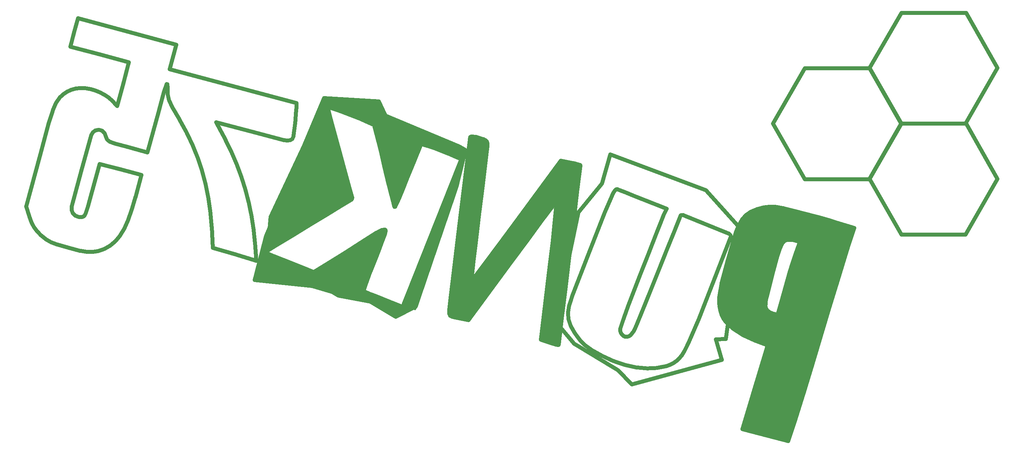
<source format=gbr>
G04 #@! TF.GenerationSoftware,KiCad,Pcbnew,(5.1.6)-1*
G04 #@! TF.CreationDate,2020-11-14T19:58:44+01:00*
G04 #@! TF.ProjectId,punk75_bottom_eotw,70756e6b-3735-45f6-926f-74746f6d5f65,rev?*
G04 #@! TF.SameCoordinates,Original*
G04 #@! TF.FileFunction,Legend,Bot*
G04 #@! TF.FilePolarity,Positive*
%FSLAX46Y46*%
G04 Gerber Fmt 4.6, Leading zero omitted, Abs format (unit mm)*
G04 Created by KiCad (PCBNEW (5.1.6)-1) date 2020-11-14 19:58:44*
%MOMM*%
%LPD*%
G01*
G04 APERTURE LIST*
%ADD10C,1.000000*%
%ADD11C,0.254000*%
G04 APERTURE END LIST*
D10*
X178108194Y-155849959D02*
X177101994Y-152120223D01*
X172914078Y-136146247D02*
G75*
G03*
X172861656Y-136381036I206097J-169262D01*
G01*
X122071616Y-124558228D02*
X114585691Y-122552380D01*
X121597945Y-116666736D02*
X134154980Y-120031384D01*
X252391169Y-178843522D02*
X249433408Y-186486867D01*
X176581999Y-137256699D02*
X178753284Y-138080080D01*
X177101994Y-152120223D02*
X175887000Y-147750403D01*
X234401971Y-173809665D02*
X233350646Y-182547907D01*
X231539273Y-196792845D02*
G75*
G03*
X231621553Y-196743358I15496J67380D01*
G01*
X187482255Y-138204038D02*
X185779476Y-134569144D01*
X190106343Y-189598036D02*
X195168460Y-186939307D01*
X230926214Y-196644442D02*
X230188343Y-196437819D01*
X175887000Y-147750403D02*
X174679868Y-143383499D01*
X173118921Y-136085731D02*
G75*
G03*
X172914078Y-136146245I-57810J-181269D01*
G01*
X207873995Y-147013920D02*
X206320521Y-146016100D01*
X231621554Y-196743359D02*
G75*
G03*
X231649845Y-196597231I-1019645J273212D01*
G01*
X232457830Y-189933703D02*
X231649845Y-196597231D01*
X173118920Y-136085731D02*
X174718562Y-136605677D01*
X176581999Y-137256699D02*
G75*
G03*
X176581999Y-137256699I0J0D01*
G01*
X174718562Y-136605677D02*
X176581999Y-137256699D01*
X235453273Y-165071507D02*
X234401971Y-173809665D01*
X176581999Y-137256699D02*
G75*
G03*
X176581999Y-137256699I0J0D01*
G01*
X171800826Y-133667618D02*
X156977274Y-169010365D01*
X114585691Y-122552380D02*
X107099766Y-120546533D01*
X107099766Y-120546533D02*
X108070337Y-116924311D01*
X237182060Y-150877195D02*
G75*
G03*
X237153963Y-151022323I1012607J-271327D01*
G01*
X237153963Y-151022323D02*
X236346015Y-157685986D01*
X206282478Y-146085584D02*
X187482255Y-138204038D01*
X195168460Y-186939307D02*
X205562459Y-156265047D01*
X108070337Y-116924311D02*
X109040909Y-113302089D01*
X236346015Y-157685986D02*
X235453273Y-165071507D01*
X185779476Y-134569144D02*
X171800826Y-133667618D01*
X154163849Y-180134570D02*
X168797475Y-181713485D01*
X168797475Y-181713485D02*
X173906617Y-183249772D01*
X183626013Y-185686780D02*
X190106343Y-189598036D01*
X175498133Y-184178108D02*
X183626013Y-185686780D01*
X231539271Y-196792846D02*
X230926214Y-196644442D01*
X109040909Y-113302089D02*
X121597945Y-116666736D01*
X134154980Y-120031384D02*
X133313818Y-123170643D01*
X156977274Y-169010365D02*
X154163849Y-180134570D01*
X173906617Y-183249772D02*
X175498133Y-184178108D01*
X173698157Y-139663600D02*
X172861656Y-136381036D01*
X205562459Y-156265047D02*
X207873995Y-147013920D01*
X134154980Y-120031384D02*
X134154980Y-120031384D01*
X233350646Y-182547907D02*
X232457830Y-189933703D01*
X174679868Y-143383499D02*
X173698157Y-139663600D01*
X194319479Y-150927680D02*
X195402611Y-148268719D01*
X178753284Y-138080080D02*
X180924203Y-138952348D01*
X213461673Y-145995294D02*
G75*
G03*
X213496919Y-145302687I-5415563J622787D01*
G01*
X213461673Y-145995295D02*
X212885511Y-150978322D01*
X212885511Y-150978322D02*
X212206812Y-156714089D01*
X209391658Y-180356072D02*
G75*
G03*
X209447246Y-180392523I36978J-4220D01*
G01*
X212206812Y-156714089D02*
X211399184Y-163347547D01*
X184596706Y-140694654D02*
G75*
G03*
X184358215Y-140468402I-454200J-239947D01*
G01*
X234727062Y-150187778D02*
X235683076Y-150397462D01*
X190875673Y-159490409D02*
X191920105Y-157027639D01*
X186261127Y-147219172D02*
X187184391Y-151063811D01*
X212880803Y-175829870D02*
X216567006Y-170865900D01*
X209955684Y-175423057D02*
X209391660Y-180356071D01*
X211399184Y-163347547D02*
X210601596Y-169912195D01*
X185447794Y-143912764D02*
X186261127Y-147219172D01*
X191920105Y-157027639D02*
X193114060Y-154007515D01*
X216567006Y-170865900D02*
X220914867Y-164987726D01*
X237135315Y-150793193D02*
G75*
G03*
X237135315Y-150793193I0J0D01*
G01*
X210601596Y-169912195D02*
X209955684Y-175423057D01*
X209447247Y-180392523D02*
G75*
G03*
X209555501Y-180296195I-179196J310373D01*
G01*
X189975212Y-161488041D02*
X190875673Y-159490409D01*
X209555501Y-180296195D02*
X212880803Y-175829870D01*
X220914867Y-164987726D02*
X232225048Y-149673827D01*
X232225048Y-149673827D02*
X234727062Y-150187778D01*
X188109618Y-154912572D02*
X188929110Y-158232316D01*
X188929110Y-158232316D02*
X189654450Y-161110966D01*
X196599165Y-145651467D02*
G75*
G03*
X196358505Y-145996890I701638J-745385D01*
G01*
X235683076Y-150397462D02*
X236480298Y-150602300D01*
X180924203Y-138952348D02*
X182789245Y-139754450D01*
X189654449Y-161110967D02*
G75*
G03*
X189799725Y-161492406I1710106J432930D01*
G01*
X236480298Y-150602300D02*
X237135315Y-150793193D01*
X184726199Y-141032324D02*
X185447794Y-143912764D01*
X195402611Y-148268719D02*
X196358505Y-145996890D01*
X237182060Y-150877195D02*
G75*
G03*
X237135315Y-150793193I-66721J17878D01*
G01*
X182789245Y-139754450D02*
X184358215Y-140468402D01*
X189799725Y-161492405D02*
G75*
G03*
X189975212Y-161488041I86676J45108D01*
G01*
X187184391Y-151063811D02*
X188109618Y-154912572D01*
X184726200Y-141032324D02*
G75*
G03*
X184596706Y-140694653I-1467000J-368914D01*
G01*
X213369584Y-144837422D02*
G75*
G03*
X213027197Y-144465854I-990167J-568871D01*
G01*
X213496918Y-145302688D02*
G75*
G03*
X213369583Y-144837422I-958541J-12279D01*
G01*
X193114060Y-154007515D02*
X194319479Y-150927680D01*
X277147600Y-193216400D02*
X280551200Y-195045200D01*
X186571200Y-167410000D02*
X180424400Y-171321600D01*
X186520400Y-167511600D02*
X186114000Y-167816400D01*
X198176114Y-145876761D02*
X199783474Y-146421988D01*
X199783474Y-146421988D02*
X201916686Y-147259747D01*
X201916686Y-147259747D02*
X203795882Y-148030498D01*
X203795882Y-148030498D02*
X205380065Y-148685879D01*
X206828026Y-149302483D02*
G75*
G03*
X206806978Y-149279522I-35262J-11195D01*
G01*
X310917200Y-154330000D02*
X319045200Y-140233000D01*
X273286800Y-200582400D02*
X250325200Y-206881600D01*
X289724764Y-169982165D02*
G75*
G03*
X289249406Y-170166813I360649J-1632657D01*
G01*
X306994811Y-166902856D02*
X305325579Y-171999425D01*
X319045200Y-140233000D02*
X310917200Y-126009000D01*
X305325579Y-171999425D02*
X304377240Y-174987641D01*
X246769200Y-203173200D02*
X235593200Y-196416800D01*
X335428200Y-168554000D02*
X319045200Y-168554000D01*
X188857200Y-157402400D02*
X189822400Y-161161600D01*
X244838800Y-148106000D02*
X269222800Y-157199200D01*
X269222800Y-157199200D02*
X278163600Y-167206800D01*
X274302800Y-195248400D02*
X271712000Y-195350000D01*
X250325200Y-206881600D02*
X246769200Y-203173200D01*
X230868800Y-190778000D02*
X236710800Y-162888800D01*
X274658400Y-191133600D02*
X277147600Y-193216400D01*
X343556200Y-126009000D02*
X335428200Y-140233000D01*
X335555200Y-140233000D02*
X343556200Y-154330000D01*
X272677200Y-185698000D02*
X272880400Y-187272800D01*
X286310950Y-140169500D02*
X294438950Y-126072500D01*
X335555200Y-111912000D02*
X343556200Y-126009000D01*
X310821950Y-154393500D02*
X294438950Y-154393500D01*
X319134100Y-111912000D02*
X335517100Y-111912000D01*
X244838800Y-148106000D02*
X242705200Y-155573600D01*
X272982000Y-187831600D02*
X272677200Y-185698000D01*
X273439200Y-189101600D02*
X274302800Y-190778000D01*
X274302800Y-190778000D02*
X273388400Y-189254000D01*
X294438950Y-154393500D02*
X286310950Y-140169500D01*
X273388400Y-189254000D02*
X274658400Y-191133600D01*
X335428200Y-140233000D02*
X319045200Y-140233000D01*
X319045200Y-168554000D02*
X310917200Y-154330000D01*
X318949950Y-140169500D02*
X310821950Y-154393500D01*
X310948950Y-126072500D02*
X318949950Y-140169500D01*
X294438950Y-126072500D02*
X310821950Y-126072500D01*
X310917200Y-126009000D02*
X319045200Y-111912000D01*
X174328400Y-162330000D02*
X175903200Y-161060000D01*
X302779852Y-165571791D02*
X306994811Y-166902856D01*
X235593200Y-196416800D02*
X230868800Y-190778000D01*
X236710800Y-162888800D02*
X242705200Y-155522800D01*
X178951200Y-159282000D02*
X174988800Y-161872800D01*
X319045200Y-140233000D02*
X335428200Y-140233000D01*
X274963200Y-174572800D02*
X274353600Y-177112800D01*
X189720800Y-161314000D02*
X188857200Y-157402400D01*
X343556200Y-154330000D02*
X335428200Y-168554000D01*
X278163600Y-167206800D02*
X274302800Y-195248400D01*
X196976168Y-145551335D02*
G75*
G03*
X196599165Y-145651467I-95883J-398781D01*
G01*
X205380065Y-148685879D02*
X206806978Y-149279522D01*
X304377240Y-174987641D02*
X302597822Y-180809941D01*
X196976167Y-145551335D02*
X198176114Y-145876761D01*
X271712000Y-195350000D02*
X273286800Y-200582400D01*
X272880400Y-187272800D02*
X272728000Y-186714000D01*
X272728000Y-186714000D02*
X273439200Y-189101600D01*
X111601890Y-161355474D02*
X112252156Y-159187783D01*
X119745989Y-168907799D02*
G75*
G03*
X121807886Y-164968499I-14623552J10163484D01*
G01*
X115864084Y-142651200D02*
G75*
G03*
X115224702Y-142016350I-1600019J-972041D01*
G01*
X119913131Y-151932320D02*
X125225723Y-153355825D01*
X204079533Y-184705554D02*
X206452307Y-165054906D01*
X116196172Y-143563045D02*
G75*
G03*
X115864084Y-142651200I-2454318J-377450D01*
G01*
X210516236Y-143628631D02*
G75*
G03*
X209801533Y-143530741I-1224294J-6280689D01*
G01*
X203954631Y-189277081D02*
G75*
G03*
X204501522Y-189572386I847123J914772D01*
G01*
X107493256Y-161390420D02*
G75*
G03*
X107718807Y-163055200I2143940J-557200D01*
G01*
X109930527Y-152262070D02*
X107493256Y-161390421D01*
X121807886Y-164968499D02*
G75*
G03*
X123699998Y-159049910I-61146989J22809803D01*
G01*
X230390616Y-160970707D02*
X227218048Y-165212398D01*
X227218048Y-165212398D02*
X223598866Y-170083343D01*
X114388868Y-141772689D02*
G75*
G03*
X113503472Y-141953286I-56538J-1983480D01*
G01*
X223598866Y-170083343D02*
X219418916Y-175757668D01*
X219418916Y-175757668D02*
X208627866Y-190456047D01*
X113503472Y-141953285D02*
G75*
G03*
X112496315Y-143125220I774269J-1684146D01*
G01*
X112252156Y-159187783D02*
X112928800Y-156747834D01*
X213027197Y-144465854D02*
G75*
G03*
X212396442Y-144145143I-1515909J-2200775D01*
G01*
X208627866Y-190456047D02*
X206122134Y-189940116D01*
X134975686Y-139232574D02*
X133063082Y-135911110D01*
X138251482Y-145598264D02*
G75*
G03*
X134975686Y-139232574I-55349616J-24457305D01*
G01*
X115224701Y-142016350D02*
G75*
G03*
X114388868Y-141772689I-884975J-1480327D01*
G01*
X132269937Y-134181978D02*
G75*
G03*
X133063082Y-135911110I11125808J4056890D01*
G01*
X117268169Y-171395469D02*
G75*
G03*
X119745989Y-168907799I-5753268J8208329D01*
G01*
X203762438Y-187754924D02*
X204079533Y-184705554D01*
X131957070Y-132745192D02*
G75*
G03*
X132269936Y-134181977I5435696J431188D01*
G01*
X131942442Y-130914066D02*
G75*
G03*
X131861896Y-130147116I-2303805J145756D01*
G01*
X210516236Y-143628631D02*
X211344488Y-143820079D01*
X121580569Y-146167453D02*
X118357459Y-145276719D01*
X206452307Y-165054906D02*
X208952188Y-144394641D01*
X117108430Y-144800886D02*
G75*
G03*
X118357459Y-145276719I3367179J6961382D01*
G01*
X112928800Y-156747834D02*
X114600539Y-150508815D01*
X116196171Y-143563045D02*
G75*
G03*
X116500268Y-144295449I1642351J252578D01*
G01*
X112496315Y-143125220D02*
X109930527Y-152262070D01*
X106767663Y-171962537D02*
X103842119Y-171132540D01*
X209253906Y-143517237D02*
G75*
G03*
X209098087Y-143640610I5065J-166482D01*
G01*
X125225723Y-153355825D02*
X123699998Y-159049910D01*
X109610233Y-172680045D02*
X106767663Y-171962537D01*
X203762439Y-187754923D02*
G75*
G03*
X203736656Y-188802952I8338248J-729464D01*
G01*
X209801533Y-143530741D02*
G75*
G03*
X209253906Y-143517237I-396302J-4960497D01*
G01*
X112716273Y-173007610D02*
G75*
G03*
X114151827Y-172788150I-695163J9352196D01*
G01*
X206122134Y-189940116D02*
X204501522Y-189572386D01*
X203736655Y-188802953D02*
G75*
G03*
X203954630Y-189277082I681064J25941D01*
G01*
X140680817Y-152185331D02*
G75*
G03*
X138251483Y-145598264I-53637873J-16040334D01*
G01*
X131043155Y-132032255D02*
X129451821Y-137794377D01*
X109246281Y-164060342D02*
G75*
G03*
X110152605Y-164061331I455612J2244970D01*
G01*
X131942442Y-130914067D02*
G75*
G03*
X131957070Y-132745193I12849687J-812973D01*
G01*
X131861897Y-130147115D02*
G75*
G03*
X131648581Y-130139128I-107937J-30159D01*
G01*
X114600539Y-150508815D02*
X119913131Y-151932320D01*
X131648581Y-130139128D02*
X131043155Y-132032255D01*
X129451821Y-137794377D02*
X126778637Y-147560270D01*
X126778637Y-147560270D02*
X121580569Y-146167453D01*
X116500269Y-144295449D02*
G75*
G03*
X117108430Y-144800884I1323987J974479D01*
G01*
X110152606Y-164061331D02*
G75*
G03*
X110759208Y-163672246I-194917J971287D01*
G01*
X107718808Y-163055200D02*
G75*
G03*
X108333996Y-163694646I1600274J923921D01*
G01*
X108333995Y-163694646D02*
G75*
G03*
X109246282Y-164060343I1455209J2309472D01*
G01*
X110759209Y-163672245D02*
G75*
G03*
X111020698Y-163161966I-1505817J1093783D01*
G01*
X211344488Y-143820079D02*
X212396442Y-144145143D01*
X114151827Y-172788150D02*
G75*
G03*
X117268168Y-171395469I-2041901J8752064D01*
G01*
X111020698Y-163161966D02*
X111601890Y-161355474D01*
X111349441Y-172982215D02*
G75*
G03*
X112716273Y-173007609I819886J7332983D01*
G01*
X109610232Y-172680045D02*
G75*
G03*
X111349440Y-172982217I3356536J14162921D01*
G01*
X209098088Y-143640611D02*
G75*
G03*
X208952188Y-144394641I5253142J-1407575D01*
G01*
X160761837Y-174774447D02*
X158774541Y-173956814D01*
X156915296Y-173124137D02*
G75*
G03*
X157029261Y-173224648I206405J119168D01*
G01*
X158774541Y-173956814D02*
X157029261Y-173224648D01*
X156943855Y-173009796D02*
G75*
G03*
X156915295Y-173124136I44870J-71945D01*
G01*
X174696229Y-174739760D02*
X172889459Y-175856414D01*
X160082143Y-171054689D02*
X163618509Y-168878143D01*
X186652157Y-167339378D02*
G75*
G03*
X185216207Y-168103822I5173228J-11448399D01*
G01*
X178818318Y-159588380D02*
G75*
G03*
X178970051Y-159397974I-193534J309887D01*
G01*
X185216207Y-168103822D02*
X182150566Y-170032778D01*
X182150566Y-170032778D02*
X179751326Y-171560608D01*
X179751326Y-171560608D02*
X177137212Y-173210766D01*
X178979403Y-159151920D02*
X178108194Y-155849959D01*
X177137212Y-173210766D02*
X174696229Y-174739760D01*
X172889459Y-175856414D02*
X169186906Y-178122971D01*
X156943856Y-173009796D02*
X160082143Y-171054689D01*
X169186906Y-178122971D02*
X163101920Y-175711575D01*
X172073236Y-163765699D02*
X175656449Y-161559745D01*
X167838776Y-166326417D02*
X172073236Y-163765699D01*
X163618509Y-168878143D02*
X167838776Y-166326417D01*
X175656449Y-161559745D02*
X178818318Y-159588379D01*
X178970051Y-159397974D02*
G75*
G03*
X178979403Y-159151920I-399957J138406D01*
G01*
X187298487Y-167256841D02*
G75*
G03*
X186652156Y-167339379I-188512J-1095698D01*
G01*
X163101920Y-175711575D02*
X160761837Y-174774447D01*
X188824099Y-185853568D02*
X186986552Y-185110141D01*
X187543965Y-167595650D02*
G75*
G03*
X187298487Y-167256840I-296254J43688D01*
G01*
X190377671Y-186474777D02*
X188824099Y-185853568D01*
X186587665Y-170480485D02*
X187361710Y-168330532D01*
X182135824Y-183146543D02*
X181931856Y-183068771D01*
X187361709Y-168330532D02*
G75*
G03*
X187543965Y-167595649I-3697198J1306972D01*
G01*
X206825254Y-149380086D02*
X199345880Y-168169348D01*
X185133186Y-184357927D02*
X183528002Y-183708450D01*
X184520391Y-175843669D02*
X185627326Y-173031697D01*
X143161375Y-166605062D02*
G75*
G03*
X142302032Y-159139868I-70977195J-4388354D01*
G01*
X142302033Y-159139868D02*
G75*
G03*
X140680817Y-152185332I-57228238J-9674601D01*
G01*
X182580910Y-180906372D02*
X183443720Y-178583906D01*
X181863766Y-182925461D02*
X182580910Y-180906372D01*
X206825253Y-149380086D02*
G75*
G03*
X206828025Y-149302483I-107222J42681D01*
G01*
X183528002Y-183708450D02*
X182135824Y-183146543D01*
X183443720Y-178583906D02*
X184520391Y-175843669D01*
X181863766Y-182925459D02*
G75*
G03*
X181931856Y-183068771I106175J-37386D01*
G01*
X191811698Y-187025365D02*
G75*
G03*
X191869124Y-186951719I-97714J135404D01*
G01*
X186986552Y-185110141D02*
X185133186Y-184357927D01*
X185627326Y-173031697D02*
X186587665Y-170480485D01*
X199345880Y-168169348D02*
X191869124Y-186951719D01*
X191776470Y-187029748D02*
G75*
G03*
X191811698Y-187025365I13615J34332D01*
G01*
X191776469Y-187029749D02*
X190377671Y-186474777D01*
X274228193Y-190811319D02*
G75*
G03*
X276147868Y-192610455I10782030J9580696D01*
G01*
X254502905Y-173454584D02*
X252391169Y-178843522D01*
X248465133Y-201851710D02*
G75*
G03*
X254221086Y-202752583I6421277J22188785D01*
G01*
X164812769Y-134975409D02*
X164759435Y-136125804D01*
X164759435Y-136125804D02*
X164721975Y-136756702D01*
X275473278Y-169297466D02*
X271245877Y-180259325D01*
X287084798Y-161496711D02*
G75*
G03*
X285535026Y-161432979I-1158614J-9299314D01*
G01*
X289105765Y-161855980D02*
G75*
G03*
X287084798Y-161496711I-4463190J-19242598D01*
G01*
X292510605Y-162687487D02*
X295136879Y-163379471D01*
X242630871Y-199504046D02*
G75*
G03*
X248465132Y-201851710I14514671J27647609D01*
G01*
X263381708Y-163575119D02*
X269214091Y-165933924D01*
X164721975Y-136756702D02*
X164641849Y-137819106D01*
X269214091Y-165933924D02*
X275015540Y-168299124D01*
X275473279Y-169297465D02*
G75*
G03*
X275434950Y-168677659I-696336J268026D01*
G01*
X247457482Y-193588164D02*
G75*
G03*
X248145053Y-194436957I2006418J922433D01*
G01*
X259138080Y-202155226D02*
G75*
G03*
X262501806Y-200076616I-1893174J6824636D01*
G01*
X248145054Y-194436958D02*
G75*
G03*
X249051654Y-194682372I764423J1026630D01*
G01*
X254221086Y-202752584D02*
G75*
G03*
X259138080Y-202155226I478263J16598444D01*
G01*
X289105765Y-161855980D02*
X292510605Y-162687487D01*
X249051654Y-194682372D02*
G75*
G03*
X250004844Y-194248041I-187066J1673646D01*
G01*
X281724462Y-207529847D02*
X284948909Y-196822793D01*
X284948909Y-196822793D02*
X281534215Y-195558995D01*
X278663658Y-194256812D02*
G75*
G03*
X281534215Y-195558995I10538753J19416772D01*
G01*
X275434950Y-168677659D02*
G75*
G03*
X275015540Y-168299124I-735333J-393118D01*
G01*
X164641849Y-137819106D02*
X164542104Y-139042409D01*
X148642713Y-130642655D02*
X164812769Y-134975409D01*
X276147867Y-192610455D02*
G75*
G03*
X278663658Y-194256811I11249942J14445636D01*
G01*
X262501806Y-200076616D02*
G75*
G03*
X262988192Y-199435485I-3502953J3162533D01*
G01*
X263650241Y-198333492D02*
X262988192Y-199435485D01*
X272630179Y-186726963D02*
G75*
G03*
X273183657Y-189055770I10478155J1260122D01*
G01*
X256395033Y-168662520D02*
X254502905Y-173454584D01*
X262882195Y-163581567D02*
G75*
G03*
X262790096Y-163675799I69218J-159774D01*
G01*
X243406115Y-162951935D02*
X245281942Y-158478202D01*
X289724764Y-169982164D02*
G75*
G03*
X289724764Y-169982164I0J-1D01*
G01*
X290151612Y-221358936D02*
X284325813Y-219797918D01*
X291631261Y-216967254D02*
X290151612Y-221358936D01*
X273183657Y-189055770D02*
G75*
G03*
X274228192Y-190811319I5092748J1841618D01*
G01*
X258466056Y-163525955D02*
X258002782Y-164618730D01*
X259160665Y-161981640D02*
X258466056Y-163525955D01*
X257176831Y-177638817D02*
X259314241Y-172270705D01*
X258002782Y-164618730D02*
X256395033Y-168662520D01*
X272614461Y-184329626D02*
G75*
G03*
X272630179Y-186726962I10558185J-1129494D01*
G01*
X291696964Y-170009204D02*
G75*
G03*
X291057624Y-169897843I-941190J-3512583D01*
G01*
X259314241Y-172270705D02*
X261139841Y-167739651D01*
X293182224Y-170407177D02*
X291696965Y-170009203D01*
X290365325Y-169891336D02*
G75*
G03*
X289724764Y-169982164I271830J-4221255D01*
G01*
X292491149Y-214303489D02*
X291631261Y-216967254D01*
X263381708Y-163575119D02*
G75*
G03*
X262882195Y-163581567I-242043J-600765D01*
G01*
X273184119Y-181053721D02*
X274652088Y-175329332D01*
X245617276Y-157829221D02*
G75*
G03*
X245281942Y-158478202I5404203J-3203517D01*
G01*
X271245877Y-180259325D02*
X267401728Y-190054098D01*
X261139841Y-167739651D02*
X262790096Y-163675799D01*
X239324964Y-173382445D02*
X243406115Y-162951935D01*
X245987110Y-157315643D02*
G75*
G03*
X245617276Y-157829221I2692689J-2328991D01*
G01*
X267401728Y-190054098D02*
X264985523Y-195721912D01*
X246336674Y-156991188D02*
G75*
G03*
X245987109Y-157315643I1300299J-1751468D01*
G01*
X291057624Y-169897843D02*
G75*
G03*
X290365324Y-169891337I-390206J-4684814D01*
G01*
X284325813Y-219797918D02*
X278500015Y-218236900D01*
X264985523Y-195721912D02*
X264348841Y-197040993D01*
X273184119Y-181053721D02*
G75*
G03*
X272614461Y-184329627I24648728J-5973731D01*
G01*
X278500015Y-218236900D02*
X281724462Y-207529847D01*
X264348841Y-197040993D02*
X263650241Y-198333492D01*
X248065180Y-190300459D02*
X247373100Y-192619446D01*
X247373101Y-192619446D02*
G75*
G03*
X247457482Y-193588165I1394068J-366603D01*
G01*
X235083176Y-184339898D02*
G75*
G03*
X234305172Y-186727959I22057046J-8506701D01*
G01*
X286158257Y-188712997D02*
X287510553Y-189075343D01*
X298383627Y-194835785D02*
X296256383Y-201949826D01*
X242630871Y-199504046D02*
X240127477Y-198093390D01*
X234151705Y-190210834D02*
G75*
G03*
X234723397Y-191916680I7452030J1548732D01*
G01*
X238442939Y-196891151D02*
G75*
G03*
X240127477Y-198093390I8633592J10315821D01*
G01*
X278466535Y-164647769D02*
G75*
G03*
X276785579Y-168104556I11196135J-7581524D01*
G01*
X237109842Y-195556112D02*
G75*
G03*
X238442938Y-196891150I8124148J6779235D01*
G01*
X246598566Y-156955971D02*
G75*
G03*
X246336674Y-156991189I-99090J-254507D01*
G01*
X285535026Y-161432980D02*
G75*
G03*
X283936012Y-161619168I453405J-10853291D01*
G01*
X300739009Y-164952217D02*
X302779852Y-165571791D01*
X235766404Y-193758992D02*
G75*
G03*
X237109842Y-195556112I17461498J11652648D01*
G01*
X284375452Y-186788606D02*
G75*
G03*
X284868128Y-187969438I1676016J6085D01*
G01*
X234723398Y-191916679D02*
G75*
G03*
X235766405Y-193758991I13063660J6179462D01*
G01*
X250810114Y-158637253D02*
X253151976Y-159574848D01*
X288059851Y-172144224D02*
X287319761Y-174445795D01*
X274652088Y-175329332D02*
X276785579Y-168104556D01*
X132472656Y-126309902D02*
X148642713Y-130642655D01*
X302597822Y-180809941D02*
X300524721Y-187670285D01*
X300524721Y-187670285D02*
X298383627Y-194835785D01*
X248748327Y-157812750D02*
X250810114Y-158637253D01*
X284868127Y-187969438D02*
G75*
G03*
X286158257Y-188712997I2036762J2042916D01*
G01*
X289726358Y-180897175D02*
X290509493Y-178250161D01*
X288652470Y-170791414D02*
G75*
G03*
X288059851Y-172144224I10027623J-5198964D01*
G01*
X290509493Y-178250161D02*
X291273364Y-175801055D01*
X284643566Y-184548594D02*
G75*
G03*
X284375453Y-186788607I8943790J-2206558D01*
G01*
X289249405Y-170166813D02*
G75*
G03*
X288652470Y-170791414I769691J-1333148D01*
G01*
X283936012Y-161619168D02*
G75*
G03*
X280609322Y-162758314I2383406J-12387446D01*
G01*
X300739009Y-164952217D02*
X300739009Y-164952217D01*
X286122270Y-178801677D02*
X284643566Y-184548594D01*
X234021931Y-188520114D02*
G75*
G03*
X234151705Y-190210834I6617437J-342409D01*
G01*
X296256383Y-201949826D02*
X294225124Y-208654566D01*
X294225124Y-208654566D02*
X292491149Y-214303489D01*
X246992530Y-157111328D02*
X248748327Y-157812750D01*
X287319761Y-174445795D02*
X286122270Y-178801677D01*
X291273364Y-175801055D02*
X291879778Y-174018573D01*
X234305173Y-186727959D02*
G75*
G03*
X234021932Y-188520113I8356879J-2239219D01*
G01*
X298024590Y-164175463D02*
X300739009Y-164952217D01*
X253151976Y-159574848D02*
X259160665Y-161981640D01*
X289043943Y-183352657D02*
X289726358Y-180897175D01*
X291879778Y-174018573D02*
X293182224Y-170407177D01*
X280609322Y-162758315D02*
G75*
G03*
X278466536Y-164647769I2584002J-5090224D01*
G01*
X133313818Y-123170643D02*
X132472656Y-126309902D01*
X246598565Y-156955972D02*
X246992530Y-157111328D01*
X295136879Y-163379471D02*
X298024590Y-164175463D01*
X287510553Y-189075343D02*
X289043943Y-183352657D01*
X250798838Y-193214696D02*
G75*
G03*
X251328245Y-192083985I-12175613J6390007D01*
G01*
X251328245Y-192083985D02*
X253016237Y-187984080D01*
X254992153Y-183112944D02*
X257176831Y-177638817D01*
X253016237Y-187984080D02*
X254992153Y-183112944D01*
X120572852Y-130151692D02*
X122071616Y-124558228D01*
X249433408Y-186486867D02*
X248065180Y-190300459D01*
X96726270Y-164107819D02*
G75*
G03*
X97223979Y-165472335I12035005J3616759D01*
G01*
X103438454Y-134967915D02*
G75*
G03*
X102615070Y-136908731I12801429J-6576024D01*
G01*
X104422843Y-133546662D02*
G75*
G03*
X103438454Y-134967915I4892576J-4440231D01*
G01*
X114723465Y-132255419D02*
G75*
G03*
X113529571Y-131757861I-5548400J-11632260D01*
G01*
X153992290Y-142428832D02*
X144292709Y-139829837D01*
X115879329Y-132876623D02*
G75*
G03*
X114723465Y-132255420I-7032954J-11700171D01*
G01*
X116893642Y-133558339D02*
G75*
G03*
X115879329Y-132876623I-7247699J-9688283D01*
G01*
X154548574Y-175221791D02*
X149020759Y-173594856D01*
X149020759Y-173594856D02*
X143492944Y-171967921D01*
X154188766Y-170579695D02*
X154548574Y-175221791D01*
X113529572Y-131757862D02*
G75*
G03*
X110923195Y-131158875I-3812940J-10621217D01*
G01*
X117653507Y-134236750D02*
G75*
G03*
X116893642Y-133558339I-4289422J-4039679D01*
G01*
X144292709Y-139829837D02*
X146723430Y-144467808D01*
X143492944Y-171967921D02*
X143161375Y-166605062D01*
X154188766Y-170579695D02*
G75*
G03*
X153315608Y-163777352I-67987330J-5269732D01*
G01*
X235083175Y-184339897D02*
X239324964Y-173382445D01*
X250004844Y-194248041D02*
G75*
G03*
X250798836Y-193214696I-2579882J2804020D01*
G01*
X102189775Y-170514050D02*
G75*
G03*
X103842119Y-171132540I5429291J11988341D01*
G01*
X100947389Y-169797733D02*
G75*
G03*
X102189775Y-170514049I4273010J5975584D01*
G01*
X101581260Y-140275165D02*
X102615070Y-136908731D01*
X161573903Y-144420181D02*
X153992290Y-142428832D01*
X98621964Y-167704684D02*
G75*
G03*
X99616658Y-168723989I8904738J7694740D01*
G01*
X97840199Y-166645939D02*
G75*
G03*
X98621963Y-167704684I7287642J4563107D01*
G01*
X97223979Y-165472336D02*
G75*
G03*
X97840200Y-166645939I8022311J3463675D01*
G01*
X96726269Y-164107820D02*
X95902883Y-161367942D01*
X110923195Y-131158875D02*
G75*
G03*
X108458362Y-131265957I-879451J-8178184D01*
G01*
X117653507Y-134236750D02*
X119074088Y-135745156D01*
X153315609Y-163777353D02*
G75*
G03*
X151763382Y-157094408I-67217865J-12090746D01*
G01*
X95902883Y-161367942D02*
X99407090Y-148290069D01*
X99407090Y-148290069D02*
X101581260Y-140275165D01*
X106258303Y-132079795D02*
G75*
G03*
X104422843Y-133546662I3639026J-6435207D01*
G01*
X149555847Y-150626683D02*
G75*
G03*
X146723430Y-144467808I-60944603J-24297200D01*
G01*
X108458362Y-131265957D02*
G75*
G03*
X106258302Y-132079796I1415886J-7208222D01*
G01*
X163979682Y-143626691D02*
G75*
G03*
X164434038Y-140274788I-37625464J6806947D01*
G01*
X163167667Y-144458812D02*
G75*
G03*
X163979681Y-143626690I-209795J1016982D01*
G01*
X119074088Y-135745156D02*
X120572852Y-130151692D01*
X151763382Y-157094408D02*
G75*
G03*
X149555848Y-150626683I-65153154J-18627175D01*
G01*
X164542104Y-139042409D02*
X164434038Y-140274788D01*
X161573903Y-144420180D02*
G75*
G03*
X163167667Y-144458812I880252J3420107D01*
G01*
X99616657Y-168723989D02*
G75*
G03*
X100947390Y-169797733I9887556J10892547D01*
G01*
X230188343Y-196437819D02*
X229320922Y-196158507D01*
X230815767Y-160499155D02*
G75*
G03*
X230390616Y-160970707I2375519J-2569199D01*
G01*
X229320922Y-196158507D02*
X227067633Y-195396968D01*
X227067633Y-195396968D02*
X229244601Y-177667995D01*
X229244601Y-177667995D02*
X230137859Y-170128803D01*
X230137859Y-170128803D02*
X230693917Y-164721342D01*
X230693917Y-164721342D02*
X231048763Y-160612509D01*
X231048765Y-160612509D02*
G75*
G03*
X230815766Y-160499155I-138597J11256D01*
G01*
D11*
G36*
X304606502Y-166251163D02*
G01*
X303352180Y-166669270D01*
X291988342Y-164406559D01*
X291636488Y-162559324D01*
X304606502Y-166251163D01*
G37*
X304606502Y-166251163D02*
X303352180Y-166669270D01*
X291988342Y-164406559D01*
X291636488Y-162559324D01*
X304606502Y-166251163D01*
G36*
X290406936Y-185962678D02*
G01*
X288629519Y-185073969D01*
X292095482Y-174009549D01*
X290406936Y-185962678D01*
G37*
X290406936Y-185962678D02*
X288629519Y-185073969D01*
X292095482Y-174009549D01*
X290406936Y-185962678D01*
G36*
X287198539Y-161642817D02*
G01*
X287418311Y-161890060D01*
X282966500Y-162703832D01*
X282197558Y-162191204D01*
X285185043Y-161593707D01*
X287198539Y-161642817D01*
G37*
X287198539Y-161642817D02*
X287418311Y-161890060D01*
X282966500Y-162703832D01*
X282197558Y-162191204D01*
X285185043Y-161593707D01*
X287198539Y-161642817D01*
G36*
X277940044Y-169335211D02*
G01*
X276650110Y-168905233D01*
X277466259Y-166600812D01*
X278823258Y-164339148D01*
X279488574Y-163673832D01*
X280355634Y-163634421D01*
X277940044Y-169335211D01*
G37*
X277940044Y-169335211D02*
X276650110Y-168905233D01*
X277466259Y-166600812D01*
X278823258Y-164339148D01*
X279488574Y-163673832D01*
X280355634Y-163634421D01*
X277940044Y-169335211D01*
G36*
X292699667Y-172285689D02*
G01*
X292323670Y-174583449D01*
X291969310Y-173906943D01*
X292666939Y-172279143D01*
X292699667Y-172285689D01*
G37*
X292699667Y-172285689D02*
X292323670Y-174583449D01*
X291969310Y-173906943D01*
X292666939Y-172279143D01*
X292699667Y-172285689D01*
G36*
X298079584Y-195609698D02*
G01*
X291842620Y-216053080D01*
X290134495Y-209030787D01*
X297213519Y-195073563D01*
X298079584Y-195609698D01*
G37*
X298079584Y-195609698D02*
X291842620Y-216053080D01*
X290134495Y-209030787D01*
X297213519Y-195073563D01*
X298079584Y-195609698D01*
G36*
X290010625Y-221139606D02*
G01*
X278678874Y-218121104D01*
X287338509Y-189569050D01*
X290010625Y-221139606D01*
G37*
X290010625Y-221139606D02*
X278678874Y-218121104D01*
X287338509Y-189569050D01*
X290010625Y-221139606D01*
G36*
X288505537Y-161846380D02*
G01*
X306807547Y-167039513D01*
X299109340Y-191995792D01*
X287670519Y-188986109D01*
X293321883Y-170444227D01*
X293326772Y-170419815D01*
X293326805Y-170394919D01*
X293321980Y-170370494D01*
X293312483Y-170347481D01*
X293298679Y-170326762D01*
X293281098Y-170309134D01*
X293260415Y-170295275D01*
X293226208Y-170282850D01*
X290533808Y-169724050D01*
X290509053Y-169721404D01*
X290475277Y-169725688D01*
X288951277Y-170132088D01*
X288927966Y-170140830D01*
X288906808Y-170153952D01*
X288888617Y-170170949D01*
X288870408Y-170198004D01*
X287905208Y-172128404D01*
X287896120Y-172152357D01*
X284441720Y-185055557D01*
X284437681Y-185079952D01*
X284285281Y-187365952D01*
X284286068Y-187390836D01*
X284291694Y-187415088D01*
X284301944Y-187437777D01*
X284317602Y-187459359D01*
X285232002Y-188475359D01*
X285250390Y-188492142D01*
X285271700Y-188505016D01*
X285287083Y-188511161D01*
X287350042Y-189182822D01*
X284869952Y-196657478D01*
X282428487Y-195740548D01*
X278278961Y-193868201D01*
X275005953Y-191451211D01*
X273155338Y-188650280D01*
X272754063Y-185289600D01*
X273005925Y-182418370D01*
X276202129Y-170648222D01*
X278021133Y-165494377D01*
X279920960Y-163344573D01*
X281511830Y-162449708D01*
X285032287Y-161645033D01*
X288505537Y-161846380D01*
G37*
X288505537Y-161846380D02*
X306807547Y-167039513D01*
X299109340Y-191995792D01*
X287670519Y-188986109D01*
X293321883Y-170444227D01*
X293326772Y-170419815D01*
X293326805Y-170394919D01*
X293321980Y-170370494D01*
X293312483Y-170347481D01*
X293298679Y-170326762D01*
X293281098Y-170309134D01*
X293260415Y-170295275D01*
X293226208Y-170282850D01*
X290533808Y-169724050D01*
X290509053Y-169721404D01*
X290475277Y-169725688D01*
X288951277Y-170132088D01*
X288927966Y-170140830D01*
X288906808Y-170153952D01*
X288888617Y-170170949D01*
X288870408Y-170198004D01*
X287905208Y-172128404D01*
X287896120Y-172152357D01*
X284441720Y-185055557D01*
X284437681Y-185079952D01*
X284285281Y-187365952D01*
X284286068Y-187390836D01*
X284291694Y-187415088D01*
X284301944Y-187437777D01*
X284317602Y-187459359D01*
X285232002Y-188475359D01*
X285250390Y-188492142D01*
X285271700Y-188505016D01*
X285287083Y-188511161D01*
X287350042Y-189182822D01*
X284869952Y-196657478D01*
X282428487Y-195740548D01*
X278278961Y-193868201D01*
X275005953Y-191451211D01*
X273155338Y-188650280D01*
X272754063Y-185289600D01*
X273005925Y-182418370D01*
X276202129Y-170648222D01*
X278021133Y-165494377D01*
X279920960Y-163344573D01*
X281511830Y-162449708D01*
X285032287Y-161645033D01*
X288505537Y-161846380D01*
G36*
X207316937Y-150137129D02*
G01*
X195599432Y-186760672D01*
X194995255Y-187690176D01*
X191927420Y-187076609D01*
X206196317Y-151404367D01*
X206201112Y-151389923D01*
X206899500Y-148770970D01*
X207316937Y-150137129D01*
G37*
X207316937Y-150137129D02*
X195599432Y-186760672D01*
X194995255Y-187690176D01*
X191927420Y-187076609D01*
X206196317Y-151404367D01*
X206201112Y-151389923D01*
X206899500Y-148770970D01*
X207316937Y-150137129D01*
G36*
X299034034Y-191935940D02*
G01*
X290120815Y-221015938D01*
X284747117Y-196983568D01*
X287541271Y-189100063D01*
X299034034Y-191935940D01*
G37*
X299034034Y-191935940D02*
X290120815Y-221015938D01*
X284747117Y-196983568D01*
X287541271Y-189100063D01*
X299034034Y-191935940D01*
G36*
X156777824Y-173135958D02*
G01*
X156777431Y-173160851D01*
X156781902Y-173185343D01*
X156791065Y-173208492D01*
X156804568Y-173229408D01*
X156821892Y-173247288D01*
X156842372Y-173261445D01*
X156856161Y-173268045D01*
X169098961Y-178246445D01*
X169122832Y-178253518D01*
X169147623Y-178255797D01*
X169172383Y-178253196D01*
X169196160Y-178245815D01*
X169212775Y-178237319D01*
X187045604Y-167395770D01*
X187522799Y-167542599D01*
X181778591Y-182961263D01*
X181772228Y-182985333D01*
X181770683Y-183010181D01*
X181774015Y-183034853D01*
X181782097Y-183058401D01*
X181794617Y-183079920D01*
X181811095Y-183098583D01*
X181830897Y-183113673D01*
X181849703Y-183123222D01*
X191704903Y-187136422D01*
X191728770Y-187143506D01*
X191756534Y-187145745D01*
X194645979Y-187060761D01*
X190031740Y-189413119D01*
X183793397Y-185539309D01*
X183771061Y-185528312D01*
X183748646Y-185522164D01*
X175494370Y-184053612D01*
X174144847Y-183153930D01*
X174122878Y-183142217D01*
X174110479Y-183137833D01*
X168624079Y-181512233D01*
X168600856Y-181507652D01*
X154267872Y-180049208D01*
X157511913Y-166722339D01*
X156777824Y-173135958D01*
G37*
X156777824Y-173135958D02*
X156777431Y-173160851D01*
X156781902Y-173185343D01*
X156791065Y-173208492D01*
X156804568Y-173229408D01*
X156821892Y-173247288D01*
X156842372Y-173261445D01*
X156856161Y-173268045D01*
X169098961Y-178246445D01*
X169122832Y-178253518D01*
X169147623Y-178255797D01*
X169172383Y-178253196D01*
X169196160Y-178245815D01*
X169212775Y-178237319D01*
X187045604Y-167395770D01*
X187522799Y-167542599D01*
X181778591Y-182961263D01*
X181772228Y-182985333D01*
X181770683Y-183010181D01*
X181774015Y-183034853D01*
X181782097Y-183058401D01*
X181794617Y-183079920D01*
X181811095Y-183098583D01*
X181830897Y-183113673D01*
X181849703Y-183123222D01*
X191704903Y-187136422D01*
X191728770Y-187143506D01*
X191756534Y-187145745D01*
X194645979Y-187060761D01*
X190031740Y-189413119D01*
X183793397Y-185539309D01*
X183771061Y-185528312D01*
X183748646Y-185522164D01*
X175494370Y-184053612D01*
X174144847Y-183153930D01*
X174122878Y-183142217D01*
X174110479Y-183137833D01*
X168624079Y-181512233D01*
X168600856Y-181507652D01*
X154267872Y-180049208D01*
X157511913Y-166722339D01*
X156777824Y-173135958D01*
G36*
X185774122Y-134664088D02*
G01*
X187318153Y-138250223D01*
X187330192Y-138272015D01*
X187346251Y-138291039D01*
X187365714Y-138306565D01*
X187386157Y-138317315D01*
X206131357Y-146089715D01*
X206155179Y-146096951D01*
X206180000Y-146099400D01*
X207138969Y-146099400D01*
X207868270Y-146919863D01*
X207257528Y-149174908D01*
X206927099Y-149101479D01*
X196876732Y-145396041D01*
X196852641Y-145389760D01*
X196827788Y-145388299D01*
X196803127Y-145391715D01*
X196779607Y-145399877D01*
X196758130Y-145412470D01*
X196739523Y-145429011D01*
X196724501Y-145448865D01*
X196715898Y-145465572D01*
X190004264Y-161275198D01*
X184662178Y-140555892D01*
X184653629Y-140532510D01*
X184640683Y-140511244D01*
X184623837Y-140492913D01*
X184603738Y-140478221D01*
X184586100Y-140469577D01*
X172952900Y-135846777D01*
X172928974Y-135839895D01*
X172904164Y-135837813D01*
X172879426Y-135840611D01*
X172855708Y-135848182D01*
X172833924Y-135860234D01*
X172814909Y-135876305D01*
X172799395Y-135895776D01*
X172787977Y-135917900D01*
X172781095Y-135941826D01*
X172779013Y-135966636D01*
X172783147Y-135996989D01*
X178855530Y-159173251D01*
X157001973Y-172906909D01*
X157790562Y-163887425D01*
X171866737Y-133760359D01*
X185774122Y-134664088D01*
G37*
X185774122Y-134664088D02*
X187318153Y-138250223D01*
X187330192Y-138272015D01*
X187346251Y-138291039D01*
X187365714Y-138306565D01*
X187386157Y-138317315D01*
X206131357Y-146089715D01*
X206155179Y-146096951D01*
X206180000Y-146099400D01*
X207138969Y-146099400D01*
X207868270Y-146919863D01*
X207257528Y-149174908D01*
X206927099Y-149101479D01*
X196876732Y-145396041D01*
X196852641Y-145389760D01*
X196827788Y-145388299D01*
X196803127Y-145391715D01*
X196779607Y-145399877D01*
X196758130Y-145412470D01*
X196739523Y-145429011D01*
X196724501Y-145448865D01*
X196715898Y-145465572D01*
X190004264Y-161275198D01*
X184662178Y-140555892D01*
X184653629Y-140532510D01*
X184640683Y-140511244D01*
X184623837Y-140492913D01*
X184603738Y-140478221D01*
X184586100Y-140469577D01*
X172952900Y-135846777D01*
X172928974Y-135839895D01*
X172904164Y-135837813D01*
X172879426Y-135840611D01*
X172855708Y-135848182D01*
X172833924Y-135860234D01*
X172814909Y-135876305D01*
X172799395Y-135895776D01*
X172787977Y-135917900D01*
X172781095Y-135941826D01*
X172779013Y-135966636D01*
X172783147Y-135996989D01*
X178855530Y-159173251D01*
X157001973Y-172906909D01*
X157790562Y-163887425D01*
X171866737Y-133760359D01*
X185774122Y-134664088D01*
G36*
X211581138Y-143962528D02*
G01*
X213001146Y-144599084D01*
X213363850Y-145188478D01*
X210930696Y-165566143D01*
X210930358Y-165569306D01*
X208606811Y-190269618D01*
X204326270Y-189394053D01*
X203872584Y-188713524D01*
X204325023Y-184289676D01*
X209237209Y-143675517D01*
X211581138Y-143962528D01*
G37*
X211581138Y-143962528D02*
X213001146Y-144599084D01*
X213363850Y-145188478D01*
X210930696Y-165566143D01*
X210930358Y-165569306D01*
X208606811Y-190269618D01*
X204326270Y-189394053D01*
X203872584Y-188713524D01*
X204325023Y-184289676D01*
X209237209Y-143675517D01*
X211581138Y-143962528D01*
G36*
X237034074Y-150898496D02*
G01*
X231472389Y-196655994D01*
X227205612Y-195307386D01*
X231147390Y-160566318D01*
X231147759Y-160541424D01*
X231143264Y-160516937D01*
X231134078Y-160493797D01*
X231120554Y-160472894D01*
X231103212Y-160455031D01*
X231082719Y-160440894D01*
X231068367Y-160434083D01*
X230814367Y-160332483D01*
X230790456Y-160325547D01*
X230765652Y-160323409D01*
X230740907Y-160326152D01*
X230717172Y-160333669D01*
X230695360Y-160345671D01*
X230676309Y-160361699D01*
X230665023Y-160374975D01*
X208734507Y-190084049D01*
X209605307Y-180360121D01*
X232242413Y-149822817D01*
X237034074Y-150898496D01*
G37*
X237034074Y-150898496D02*
X231472389Y-196655994D01*
X227205612Y-195307386D01*
X231147390Y-160566318D01*
X231147759Y-160541424D01*
X231143264Y-160516937D01*
X231134078Y-160493797D01*
X231120554Y-160472894D01*
X231103212Y-160455031D01*
X231082719Y-160440894D01*
X231068367Y-160434083D01*
X230814367Y-160332483D01*
X230790456Y-160325547D01*
X230765652Y-160323409D01*
X230740907Y-160326152D01*
X230717172Y-160333669D01*
X230695360Y-160345671D01*
X230676309Y-160361699D01*
X230665023Y-160374975D01*
X208734507Y-190084049D01*
X209605307Y-180360121D01*
X232242413Y-149822817D01*
X237034074Y-150898496D01*
M02*

</source>
